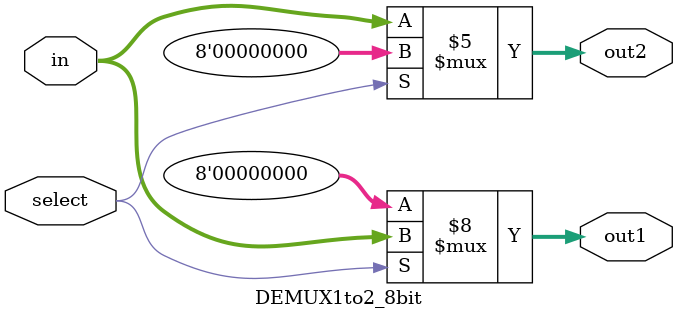
<source format=v>
module DEMUX1to2_8bit (in,select,out1,out2);

parameter N = 8; // default width
input select;
//input en,clk,reset_n;
input [N-1:0] in;
output reg [N-1:0] out1, out2;
//wire [N-1:0]odd;
//DFF_en odd_dff(en,clk,reset_n, odd, out1);
always @(select or in) 
begin
 if (select == 1) out1 = in; else out1 = {N{1'b0}};
 if (select == 0) out2 = in; else out2 = {N{1'b0}};
end
/*always @(select or in) 
begin
 if (select == 1) out2 = in; else out2 = {N{1'b0}};
 if (select == 0) odd = in; else odd = {N{1'b0}};
end*/

endmodule
</source>
